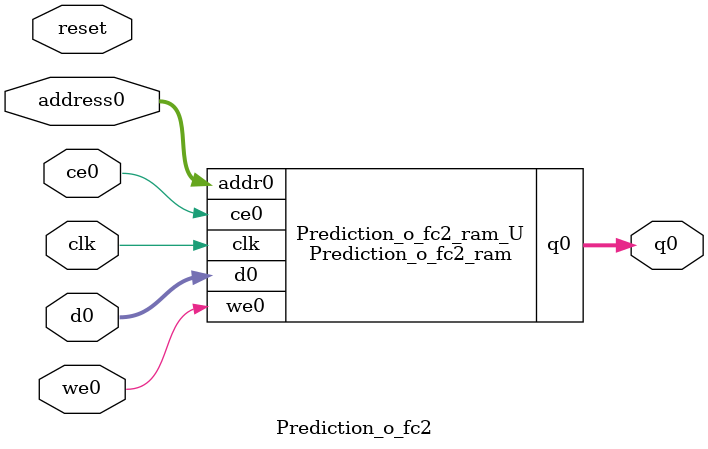
<source format=v>
`timescale 1 ns / 1 ps
module Prediction_o_fc2_ram (addr0, ce0, d0, we0, q0,  clk);

parameter DWIDTH = 32;
parameter AWIDTH = 7;
parameter MEM_SIZE = 84;

input[AWIDTH-1:0] addr0;
input ce0;
input[DWIDTH-1:0] d0;
input we0;
output reg[DWIDTH-1:0] q0;
input clk;

(* ram_style = "block" *)reg [DWIDTH-1:0] ram[0:MEM_SIZE-1];




always @(posedge clk)  
begin 
    if (ce0) 
    begin
        if (we0) 
        begin 
            ram[addr0] <= d0; 
        end 
        q0 <= ram[addr0];
    end
end


endmodule

`timescale 1 ns / 1 ps
module Prediction_o_fc2(
    reset,
    clk,
    address0,
    ce0,
    we0,
    d0,
    q0);

parameter DataWidth = 32'd32;
parameter AddressRange = 32'd84;
parameter AddressWidth = 32'd7;
input reset;
input clk;
input[AddressWidth - 1:0] address0;
input ce0;
input we0;
input[DataWidth - 1:0] d0;
output[DataWidth - 1:0] q0;



Prediction_o_fc2_ram Prediction_o_fc2_ram_U(
    .clk( clk ),
    .addr0( address0 ),
    .ce0( ce0 ),
    .we0( we0 ),
    .d0( d0 ),
    .q0( q0 ));

endmodule


</source>
